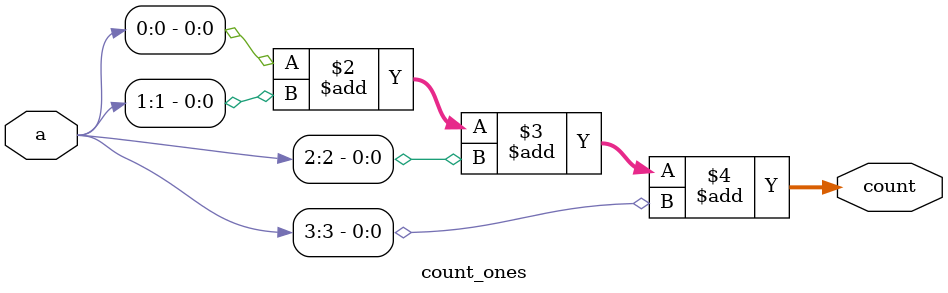
<source format=v>
module count_ones (
    input [3:0] a,
    output reg [1:0] count
);
  always @(a) begin
    count = a[0] + a[1] + a[2] + a[3];
  end
endmodule



</source>
